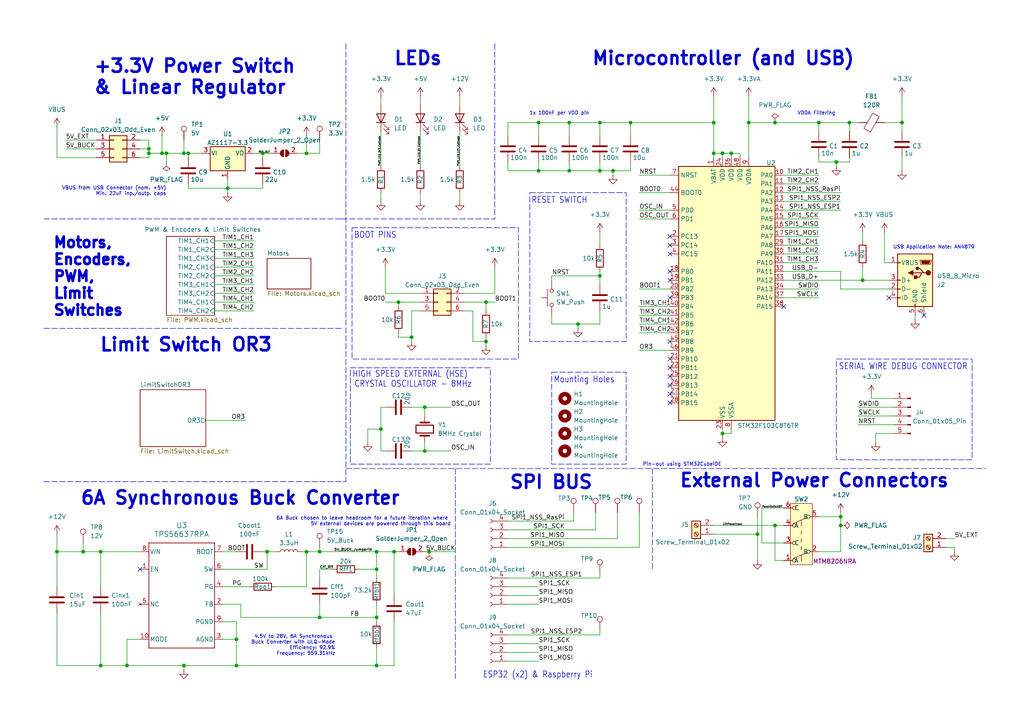
<source format=kicad_sch>
(kicad_sch (version 20231120) (generator "eeschema") (generator_version "8.0")
  (paper "A4")
  (title_block (title "ECE445_MainBoard") (date "2024-04-05") (rev "2") (company "University of Illinois Urbana-Champaign") (comment 1 "ECE 445: Senior Design Lab") (comment 2 "Oxygen Delivery Robot Main Board") (comment 3 "Rutvik Sayankar"))
  (junction (at 243.84 149.86))
  (junction (at 246.38 35.56))
  (junction (at 16.51 160.02))
  (junction (at 53.34 193.04))
  (junction (at 177.8 49.53))
  (junction (at 182.88 35.56))
  (junction (at 140.97 99.06))
  (junction (at 36.83 193.04))
  (junction (at 165.1 35.56))
  (junction (at 76.2 44.45))
  (junction (at 48.26 44.45))
  (junction (at 43.18 44.45))
  (junction (at 123.19 130.81))
  (junction (at 173.99 35.56))
  (junction (at 53.34 44.45))
  (junction (at 43.18 43.18))
  (junction (at 109.22 179.07))
  (junction (at 173.99 80.01))
  (junction (at 68.58 193.04))
  (junction (at 123.19 118.11))
  (junction (at 207.01 44.45))
  (junction (at 88.9 44.45))
  (junction (at 109.22 165.1))
  (junction (at 24.13 160.02))
  (junction (at 140.97 87.63))
  (junction (at 165.1 49.53))
  (junction (at 29.21 193.04))
  (junction (at 209.55 44.45))
  (junction (at 242.57 46.99))
  (junction (at 109.22 193.04))
  (junction (at 261.62 35.56))
  (junction (at 88.9 160.02))
  (junction (at 92.71 160.02))
  (junction (at 124.46 160.02))
  (junction (at 217.17 35.56))
  (junction (at 68.58 185.42))
  (junction (at 29.21 160.02))
  (junction (at 219.71 154.94))
  (junction (at 173.99 49.53))
  (junction (at 115.57 87.63))
  (junction (at 92.71 179.07))
  (junction (at 224.79 152.4))
  (junction (at 156.21 49.53))
  (junction (at 250.19 81.28))
  (junction (at 224.79 35.56))
  (junction (at 167.64 93.98))
  (junction (at 207.01 35.56))
  (junction (at 77.47 160.02))
  (junction (at 243.84 152.4))
  (junction (at 212.09 44.45))
  (junction (at 237.49 35.56))
  (junction (at 114.3 160.02))
  (junction (at 66.04 54.61))
  (junction (at 109.22 160.02))
  (junction (at 209.55 125.73))
  (junction (at 110.49 124.46))
  (junction (at 46.99 44.45))
  (junction (at 54.61 44.45))
  (junction (at 119.38 97.79))
  (junction (at 156.21 35.56))
  (no_connect (at 194.31 71.12))
  (no_connect (at 194.31 81.28))
  (no_connect (at 194.31 86.36))
  (no_connect (at 194.31 73.66))
  (no_connect (at 194.31 114.3))
  (no_connect (at 194.31 78.74))
  (no_connect (at 194.31 106.68))
  (no_connect (at 40.64 165.1))
  (no_connect (at 194.31 109.22))
  (no_connect (at 194.31 99.06))
  (no_connect (at 194.31 68.58))
  (no_connect (at 227.33 88.9))
  (no_connect (at 267.97 91.44))
  (no_connect (at 194.31 104.14))
  (no_connect (at 194.31 116.84))
  (no_connect (at 194.31 111.76))
  (no_connect (at 257.81 86.36))
  (wire (pts (xy 227.33 73.66) (xy 237.49 73.66)))
  (wire (pts (xy 246.38 35.56) (xy 248.92 35.56)))
  (wire (pts (xy 69.85 175.26) (xy 69.85 179.07)))
  (wire (pts (xy 119.38 90.17) (xy 121.92 90.17)))
  (wire (pts (xy 115.57 87.63) (xy 115.57 88.9)))
  (wire (pts (xy 173.99 39.37) (xy 173.99 35.56)))
  (wire (pts (xy 212.09 44.45) (xy 209.55 44.45)))
  (wire (pts (xy 207.01 152.4) (xy 224.79 152.4)))
  (wire (pts (xy 62.23 74.93) (xy 73.66 74.93)))
  (wire (pts (xy 137.16 90.17) (xy 137.16 99.06)))
  (wire (pts (xy 256.54 76.2) (xy 257.81 76.2)))
  (wire (pts (xy 173.99 182.88) (xy 173.99 184.15)))
  (wire (pts (xy 123.19 118.11) (xy 123.19 120.65)))
  (polyline (pts (xy 189.23 135.89) (xy 189.23 165.1)) (stroke (width 0) (type dash)))
  (wire (pts (xy 185.42 63.5) (xy 194.31 63.5)))
  (wire (pts (xy 173.99 49.53) (xy 177.8 49.53)))
  (wire (pts (xy 243.84 149.86) (xy 243.84 148.59)))
  (wire (pts (xy 248.92 120.65) (xy 259.08 120.65)))
  (wire (pts (xy 237.49 38.1) (xy 237.49 35.56)))
  (wire (pts (xy 165.1 35.56) (xy 156.21 35.56)))
  (wire (pts (xy 46.99 44.45) (xy 48.26 44.45)))
  (wire (pts (xy 167.64 93.98) (xy 167.64 95.25)))
  (wire (pts (xy 185.42 158.75) (xy 185.42 148.59)))
  (wire (pts (xy 220.98 157.48) (xy 227.33 157.48)))
  (wire (pts (xy 36.83 185.42) (xy 36.83 193.04)))
  (wire (pts (xy 185.42 55.88) (xy 194.31 55.88)))
  (wire (pts (xy 43.18 40.64) (xy 43.18 43.18)))
  (wire (pts (xy 147.32 184.15) (xy 173.99 184.15)))
  (wire (pts (xy 88.9 44.45) (xy 88.9 39.37)))
  (wire (pts (xy 121.92 27.94) (xy 121.92 30.48)))
  (wire (pts (xy 147.32 189.23) (xy 156.21 189.23)))
  (wire (pts (xy 64.77 160.02) (xy 68.58 160.02)))
  (wire (pts (xy 185.42 83.82) (xy 194.31 83.82)))
  (wire (pts (xy 248.92 123.19) (xy 259.08 123.19)))
  (wire (pts (xy 147.32 167.64) (xy 173.99 167.64)))
  (wire (pts (xy 165.1 49.53) (xy 173.99 49.53)))
  (wire (pts (xy 40.64 43.18) (xy 43.18 43.18)))
  (wire (pts (xy 123.19 130.81) (xy 130.81 130.81)))
  (wire (pts (xy 147.32 175.26) (xy 156.21 175.26)))
  (wire (pts (xy 227.33 55.88) (xy 243.84 55.88)))
  (wire (pts (xy 130.81 118.11) (xy 123.19 118.11)))
  (wire (pts (xy 29.21 160.02) (xy 40.64 160.02)))
  (wire (pts (xy 16.51 170.18) (xy 16.51 160.02)))
  (wire (pts (xy 147.32 191.77) (xy 156.21 191.77)))
  (wire (pts (xy 106.68 124.46) (xy 106.68 128.27)))
  (wire (pts (xy 73.66 82.55) (xy 62.23 82.55)))
  (wire (pts (xy 243.84 83.82) (xy 243.84 78.74)))
  (wire (pts (xy 227.33 71.12) (xy 237.49 71.12)))
  (wire (pts (xy 227.33 50.8) (xy 237.49 50.8)))
  (wire (pts (xy 185.42 91.44) (xy 194.31 91.44)))
  (wire (pts (xy 185.42 88.9) (xy 194.31 88.9)))
  (wire (pts (xy 24.13 160.02) (xy 29.21 160.02)))
  (wire (pts (xy 87.63 160.02) (xy 88.9 160.02)))
  (wire (pts (xy 140.97 97.79) (xy 140.97 99.06)))
  (wire (pts (xy 160.02 93.98) (xy 167.64 93.98)))
  (wire (pts (xy 76.2 44.45) (xy 76.2 45.72)))
  (wire (pts (xy 88.9 44.45) (xy 92.71 44.45)))
  (wire (pts (xy 76.2 160.02) (xy 77.47 160.02)))
  (wire (pts (xy 237.49 46.99) (xy 242.57 46.99)))
  (wire (pts (xy 182.88 35.56) (xy 207.01 35.56)))
  (wire (pts (xy 261.62 35.56) (xy 261.62 38.1)))
  (wire (pts (xy 252.73 115.57) (xy 259.08 115.57)))
  (wire (pts (xy 137.16 99.06) (xy 140.97 99.06)))
  (wire (pts (xy 92.71 160.02) (xy 109.22 160.02)))
  (wire (pts (xy 64.77 185.42) (xy 68.58 185.42)))
  (wire (pts (xy 59.69 121.92) (xy 71.12 121.92)))
  (wire (pts (xy 227.33 78.74) (xy 243.84 78.74)))
  (wire (pts (xy 143.51 85.09) (xy 143.51 77.47)))
  (wire (pts (xy 217.17 35.56) (xy 224.79 35.56)))
  (wire (pts (xy 110.49 55.88) (xy 110.49 58.42)))
  (wire (pts (xy 276.86 158.75) (xy 276.86 160.02)))
  (wire (pts (xy 227.33 83.82) (xy 237.49 83.82)))
  (wire (pts (xy 160.02 81.28) (xy 160.02 80.01)))
  (wire (pts (xy 114.3 180.34) (xy 114.3 193.04)))
  (wire (pts (xy 111.76 85.09) (xy 111.76 77.47)))
  (wire (pts (xy 40.64 40.64) (xy 43.18 40.64)))
  (wire (pts (xy 29.21 170.18) (xy 29.21 160.02)))
  (wire (pts (xy 73.66 44.45) (xy 76.2 44.45)))
  (wire (pts (xy 209.55 125.73) (xy 209.55 127)))
  (wire (pts (xy 53.34 44.45) (xy 54.61 44.45)))
  (wire (pts (xy 246.38 35.56) (xy 246.38 38.1)))
  (polyline (pts (xy 12.7 139.7) (xy 100.33 139.7)) (stroke (width 0) (type dash)))
  (wire (pts (xy 109.22 165.1) (xy 109.22 160.02)))
  (wire (pts (xy 237.49 160.02) (xy 243.84 160.02)))
  (wire (pts (xy 134.62 85.09) (xy 143.51 85.09)))
  (wire (pts (xy 134.62 87.63) (xy 140.97 87.63)))
  (wire (pts (xy 246.38 45.72) (xy 246.38 46.99)))
  (wire (pts (xy 88.9 170.18) (xy 88.9 160.02)))
  (wire (pts (xy 62.23 69.85) (xy 73.66 69.85)))
  (wire (pts (xy 254 125.73) (xy 259.08 125.73)))
  (wire (pts (xy 256.54 35.56) (xy 261.62 35.56)))
  (wire (pts (xy 110.49 118.11) (xy 111.76 118.11)))
  (wire (pts (xy 114.3 172.72) (xy 114.3 160.02)))
  (wire (pts (xy 29.21 193.04) (xy 36.83 193.04)))
  (wire (pts (xy 109.22 193.04) (xy 114.3 193.04)))
  (wire (pts (xy 219.71 154.94) (xy 219.71 162.56)))
  (wire (pts (xy 182.88 46.99) (xy 182.88 49.53)))
  (wire (pts (xy 46.99 39.37) (xy 46.99 44.45)))
  (wire (pts (xy 16.51 177.8) (xy 16.51 193.04)))
  (wire (pts (xy 147.32 186.69) (xy 156.21 186.69)))
  (wire (pts (xy 227.33 76.2) (xy 237.49 76.2)))
  (wire (pts (xy 173.99 166.37) (xy 173.99 167.64)))
  (wire (pts (xy 114.3 160.02) (xy 115.57 160.02)))
  (wire (pts (xy 147.32 172.72) (xy 156.21 172.72)))
  (wire (pts (xy 19.05 43.18) (xy 27.94 43.18)))
  (wire (pts (xy 243.84 152.4) (xy 243.84 149.86)))
  (wire (pts (xy 217.17 35.56) (xy 217.17 45.72)))
  (wire (pts (xy 62.23 72.39) (xy 73.66 72.39)))
  (wire (pts (xy 43.18 43.18) (xy 43.18 44.45)))
  (wire (pts (xy 123.19 130.81) (xy 123.19 128.27)))
  (wire (pts (xy 185.42 96.52) (xy 194.31 96.52)))
  (wire (pts (xy 29.21 177.8) (xy 29.21 193.04)))
  (wire (pts (xy 147.32 153.67) (xy 172.72 153.67)))
  (wire (pts (xy 212.09 44.45) (xy 214.63 44.45)))
  (wire (pts (xy 209.55 45.72) (xy 209.55 44.45)))
  (wire (pts (xy 16.51 36.83) (xy 16.51 45.72)))
  (wire (pts (xy 185.42 50.8) (xy 194.31 50.8)))
  (wire (pts (xy 212.09 125.73) (xy 209.55 125.73)))
  (wire (pts (xy 133.35 55.88) (xy 133.35 58.42)))
  (wire (pts (xy 109.22 187.96) (xy 109.22 193.04)))
  (polyline (pts (xy 12.7 95.25) (xy 99.06 95.25)) (stroke (width 0) (type dash)))
  (wire (pts (xy 92.71 167.64) (xy 92.71 165.1)))
  (wire (pts (xy 179.07 156.21) (xy 179.07 148.59)))
  (wire (pts (xy 86.36 44.45) (xy 88.9 44.45)))
  (wire (pts (xy 207.01 27.94) (xy 207.01 35.56)))
  (wire (pts (xy 16.51 154.94) (xy 16.51 160.02)))
  (wire (pts (xy 248.92 118.11) (xy 259.08 118.11)))
  (wire (pts (xy 147.32 49.53) (xy 156.21 49.53)))
  (wire (pts (xy 207.01 154.94) (xy 219.71 154.94)))
  (wire (pts (xy 77.47 165.1) (xy 77.47 160.02)))
  (wire (pts (xy 110.49 124.46) (xy 106.68 124.46)))
  (wire (pts (xy 207.01 35.56) (xy 207.01 44.45)))
  (wire (pts (xy 237.49 35.56) (xy 246.38 35.56)))
  (wire (pts (xy 242.57 46.99) (xy 242.57 48.26)))
  (wire (pts (xy 121.92 55.88) (xy 121.92 58.42)))
  (wire (pts (xy 110.49 38.1) (xy 110.49 48.26)))
  (wire (pts (xy 66.04 52.07) (xy 66.04 54.61)))
  (wire (pts (xy 124.46 160.02) (xy 132.08 160.02)))
  (wire (pts (xy 173.99 67.31) (xy 173.99 71.12)))
  (wire (pts (xy 133.35 38.1) (xy 133.35 48.26)))
  (wire (pts (xy 182.88 35.56) (xy 182.88 39.37)))
  (wire (pts (xy 119.38 90.17) (xy 119.38 97.79)))
  (polyline (pts (xy 132.08 135.89) (xy 132.08 196.85)) (stroke (width 0) (type dash)))
  (wire (pts (xy 140.97 87.63) (xy 143.51 87.63)))
  (wire (pts (xy 92.71 158.75) (xy 92.71 160.02)))
  (wire (pts (xy 69.85 179.07) (xy 92.71 179.07)))
  (wire (pts (xy 40.64 45.72) (xy 43.18 45.72)))
  (wire (pts (xy 227.33 162.56) (xy 224.79 162.56)))
  (wire (pts (xy 36.83 193.04) (xy 53.34 193.04)))
  (wire (pts (xy 53.34 193.04) (xy 53.34 194.31)))
  (wire (pts (xy 147.32 39.37) (xy 147.32 35.56)))
  (wire (pts (xy 219.71 149.86) (xy 219.71 154.94)))
  (wire (pts (xy 73.66 87.63) (xy 62.23 87.63)))
  (wire (pts (xy 140.97 87.63) (xy 140.97 90.17)))
  (wire (pts (xy 166.37 148.59) (xy 166.37 151.13)))
  (wire (pts (xy 66.04 54.61) (xy 76.2 54.61)))
  (wire (pts (xy 227.33 63.5) (xy 237.49 63.5)))
  (wire (pts (xy 147.32 170.18) (xy 156.21 170.18)))
  (wire (pts (xy 185.42 93.98) (xy 194.31 93.98)))
  (wire (pts (xy 165.1 35.56) (xy 173.99 35.56)))
  (wire (pts (xy 115.57 96.52) (xy 115.57 97.79)))
  (wire (pts (xy 123.19 160.02) (xy 124.46 160.02)))
  (wire (pts (xy 92.71 179.07) (xy 109.22 179.07)))
  (wire (pts (xy 173.99 93.98) (xy 167.64 93.98)))
  (wire (pts (xy 66.04 54.61) (xy 66.04 55.88)))
  (wire (pts (xy 220.98 147.32) (xy 220.98 157.48)))
  (wire (pts (xy 16.51 193.04) (xy 29.21 193.04)))
  (wire (pts (xy 133.35 27.94) (xy 133.35 30.48)))
  (wire (pts (xy 48.26 44.45) (xy 53.34 44.45)))
  (wire (pts (xy 53.34 40.64) (xy 53.34 44.45)))
  (wire (pts (xy 48.26 46.99) (xy 48.26 44.45)))
  (wire (pts (xy 173.99 35.56) (xy 182.88 35.56)))
  (wire (pts (xy 40.64 185.42) (xy 36.83 185.42)))
  (wire (pts (xy 111.76 130.81) (xy 110.49 130.81)))
  (polyline (pts (xy 99.06 63.5) (xy 143.51 63.5)) (stroke (width 0) (type dash)))
  (wire (pts (xy 274.32 158.75) (xy 276.86 158.75)))
  (wire (pts (xy 68.58 193.04) (xy 109.22 193.04)))
  (polyline (pts (xy 100.33 12.7) (xy 100.33 139.7)) (stroke (width 0) (type dash)))
  (wire (pts (xy 92.71 165.1) (xy 96.52 165.1)))
  (wire (pts (xy 185.42 101.6) (xy 194.31 101.6)))
  (wire (pts (xy 134.62 90.17) (xy 137.16 90.17)))
  (wire (pts (xy 274.32 156.21) (xy 276.86 156.21)))
  (wire (pts (xy 220.98 147.32) (xy 227.33 147.32)))
  (wire (pts (xy 237.49 149.86) (xy 243.84 149.86)))
  (wire (pts (xy 121.92 87.63) (xy 115.57 87.63)))
  (wire (pts (xy 54.61 54.61) (xy 66.04 54.61)))
  (polyline (pts (xy 12.7 63.5) (xy 99.06 63.5)) (stroke (width 0) (type dash)))
  (wire (pts (xy 92.71 175.26) (xy 92.71 179.07)))
  (wire (pts (xy 250.19 67.31) (xy 250.19 69.85)))
  (wire (pts (xy 227.33 58.42) (xy 243.84 58.42)))
  (wire (pts (xy 156.21 46.99) (xy 156.21 49.53)))
  (wire (pts (xy 173.99 90.17) (xy 173.99 93.98)))
  (wire (pts (xy 16.51 45.72) (xy 27.94 45.72)))
  (wire (pts (xy 111.76 85.09) (xy 121.92 85.09)))
  (wire (pts (xy 73.66 85.09) (xy 62.23 85.09)))
  (wire (pts (xy 227.33 60.96) (xy 243.84 60.96)))
  (wire (pts (xy 156.21 35.56) (xy 156.21 39.37)))
  (wire (pts (xy 261.62 45.72) (xy 261.62 49.53)))
  (wire (pts (xy 160.02 91.44) (xy 160.02 93.98)))
  (wire (pts (xy 237.49 45.72) (xy 237.49 46.99)))
  (wire (pts (xy 227.33 53.34) (xy 237.49 53.34)))
  (wire (pts (xy 68.58 185.42) (xy 68.58 193.04)))
  (wire (pts (xy 64.77 165.1) (xy 77.47 165.1)))
  (wire (pts (xy 224.79 152.4) (xy 227.33 152.4)))
  (wire (pts (xy 19.05 40.64) (xy 27.94 40.64)))
  (wire (pts (xy 88.9 160.02) (xy 92.71 160.02)))
  (wire (pts (xy 80.01 170.18) (xy 88.9 170.18)))
  (wire (pts (xy 73.66 90.17) (xy 62.23 90.17)))
  (wire (pts (xy 165.1 46.99) (xy 165.1 49.53)))
  (wire (pts (xy 147.32 46.99) (xy 147.32 49.53)))
  (wire (pts (xy 109.22 167.64) (xy 109.22 165.1)))
  (wire (pts (xy 121.92 38.1) (xy 121.92 48.26)))
  (wire (pts (xy 177.8 49.53) (xy 177.8 50.8)))
  (wire (pts (xy 64.77 170.18) (xy 72.39 170.18)))
  (wire (pts (xy 64.77 180.34) (xy 68.58 180.34)))
  (wire (pts (xy 115.57 97.79) (xy 119.38 97.79)))
  (wire (pts (xy 224.79 162.56) (xy 224.79 152.4)))
  (wire (pts (xy 16.51 160.02) (xy 24.13 160.02)))
  (wire (pts (xy 254 125.73) (xy 254 128.27)))
  (wire (pts (xy 43.18 44.45) (xy 46.99 44.45)))
  (wire (pts (xy 110.49 124.46) (xy 110.49 118.11)))
  (wire (pts (xy 53.34 193.04) (xy 68.58 193.04)))
  (wire (pts (xy 256.54 67.31) (xy 256.54 76.2)))
  (wire (pts (xy 147.32 35.56) (xy 156.21 35.56)))
  (wire (pts (xy 147.32 156.21) (xy 179.07 156.21)))
  (wire (pts (xy 77.47 160.02) (xy 80.01 160.02)))
  (wire (pts (xy 172.72 148.59) (xy 172.72 153.67)))
  (wire (pts (xy 109.22 175.26) (xy 109.22 179.07)))
  (wire (pts (xy 62.23 77.47) (xy 73.66 77.47)))
  (wire (pts (xy 257.81 83.82) (xy 243.84 83.82)))
  (wire (pts (xy 160.02 80.01) (xy 173.99 80.01)))
  (wire (pts (xy 209.55 124.46) (xy 209.55 125.73)))
  (wire (pts (xy 109.22 160.02) (xy 114.3 160.02)))
  (wire (pts (xy 207.01 44.45) (xy 209.55 44.45)))
  (wire (pts (xy 54.61 53.34) (xy 54.61 54.61)))
  (wire (pts (xy 173.99 46.99) (xy 173.99 49.53)))
  (wire (pts (xy 68.58 180.34) (xy 68.58 185.42)))
  (wire (pts (xy 214.63 45.72) (xy 214.63 44.45)))
  (wire (pts (xy 43.18 45.72) (xy 43.18 44.45)))
  (wire (pts (xy 104.14 165.1) (xy 109.22 165.1)))
  (wire (pts (xy 147.32 158.75) (xy 185.42 158.75)))
  (wire (pts (xy 185.42 60.96) (xy 194.31 60.96)))
  (wire (pts (xy 76.2 53.34) (xy 76.2 54.61)))
  (wire (pts (xy 24.13 157.48) (xy 24.13 160.02)))
  (wire (pts (xy 156.21 49.53) (xy 165.1 49.53)))
  (wire (pts (xy 250.19 81.28) (xy 257.81 81.28)))
  (wire (pts (xy 109.22 179.07) (xy 109.22 180.34)))
  (wire (pts (xy 173.99 78.74) (xy 173.99 80.01)))
  (wire (pts (xy 265.43 91.44) (xy 265.43 92.71)))
  (wire (pts (xy 58.42 44.45) (xy 54.61 44.45)))
  (wire (pts (xy 207.01 45.72) (xy 207.01 44.45)))
  (wire (pts (xy 261.62 27.94) (xy 261.62 35.56)))
  (wire (pts (xy 243.84 160.02) (xy 243.84 152.4)))
  (wire (pts (xy 224.79 35.56) (xy 237.49 35.56)))
  (wire (pts (xy 212.09 45.72) (xy 212.09 44.45)))
  (wire (pts (xy 173.99 80.01) (xy 173.99 82.55)))
  (wire (pts (xy 119.38 97.79) (xy 119.38 99.06)))
  (wire (pts (xy 62.23 80.01) (xy 73.66 80.01)))
  (wire (pts (xy 54.61 44.45) (xy 54.61 45.72)))
  (wire (pts (xy 217.17 27.94) (xy 217.17 35.56)))
  (wire (pts (xy 110.49 130.81) (xy 110.49 124.46)))
  (wire (pts (xy 147.32 151.13) (xy 166.37 151.13)))
  (wire (pts (xy 92.71 40.64) (xy 92.71 44.45)))
  (polyline (pts (xy 143.51 12.7) (xy 143.51 63.5)) (stroke (width 0) (type dash)))
  (wire (pts (xy 165.1 39.37) (xy 165.1 35.56)))
  (wire (pts (xy 177.8 49.53) (xy 182.88 49.53)))
  (wire (pts (xy 252.73 115.57) (xy 252.73 114.3)))
  (wire (pts (xy 76.2 44.45) (xy 78.74 44.45)))
  (wire (pts (xy 242.57 46.99) (xy 246.38 46.99)))
  (wire (pts (xy 64.77 175.26) (xy 69.85 175.26)))
  (wire (pts (xy 110.49 27.94) (xy 110.49 30.48)))
  (wire (pts (xy 227.33 86.36) (xy 237.49 86.36)))
  (wire (pts (xy 119.38 130.81) (xy 123.19 130.81)))
  (wire (pts (xy 227.33 66.04) (xy 237.49 66.04)))
  (wire (pts (xy 140.97 99.06) (xy 140.97 100.33)))
  (wire (pts (xy 227.33 81.28) (xy 250.19 81.28)))
  (polyline (pts (xy 100.33 135.89) (xy 285.75 135.89)) (stroke (width 0) (type dash)))
  (wire (pts (xy 111.76 87.63) (xy 115.57 87.63)))
  (wire (pts (xy 212.09 124.46) (xy 212.09 125.73)))
  (wire (pts (xy 119.38 118.11) (xy 123.19 118.11)))
  (wire (pts (xy 250.19 77.47) (xy 250.19 81.28)))
  (wire (pts (xy 227.33 68.58) (xy 237.49 68.58)))
  (rectangle (start 160.02 107.95) (end 181.61 134.62) (stroke (width 0) (type dash)))
  (rectangle (start 153.67 55.88) (end 181.61 99.06) (stroke (width 0) (type dash)))
  (rectangle (start 242.57 104.14) (end 281.94 133.35) (stroke (width 0) (type dash)))
  (rectangle (start 102.108 66.04) (end 150.368 104.14) (stroke (width 0) (type dash)))
  (rectangle (start 101.6 106.68) (end 142.24 134.62) (stroke (width 0) (type dash)))
  (text "RESET SWITCH" (at 170.434 59.182 0) (effects (font (size 1.778 1.5113)) (justify right bottom)))
  (text "Limit Switch OR3" (at 28.702 102.362 0) (effects (font (size 3.81 3.81) (thickness 0.762) (bold yes)) (justify left bottom)))
  (text "SERIAL WIRE DEBUG CONNECTOR\n" (at 280.67 107.442 0) (effects (font (size 1.778 1.5113)) (justify right bottom)))
  (text "BOOT PINS" (at 115.062 69.342 0) (effects (font (size 1.778 1.5113)) (justify right bottom)))
  (text "VDDA Filtering" (at 242.316 33.528 0) (effects (font (size 1.016 1.016)) (justify right bottom)))
  (text "Microcontroller (and USB)" (at 171.45 19.304 0) (effects (font (size 3.81 3.81) (thickness 0.762) (bold yes)) (justify left bottom)))
  (text "1x 100nF per VDD pin" (at 170.942 33.528 0) (effects (font (size 1.016 1.016)) (justify right bottom)))
  (text "External Power Connectors" (at 196.85 141.732 0) (effects (font (size 3.81 3.81) (thickness 0.762) (bold yes)) (justify left bottom)))
  (text "LEDs" (at 114.046 19.304 0) (effects (font (size 3.81 3.81) (thickness 0.762) (bold yes)) (justify left bottom)))
  (text "6A Buck chosen to leave headroom for a future iteration where \n5V external devices are powered through this board" (at 130.81 152.654 0) (effects (font (size 1.016 1.016)) (justify right bottom)))
  (text "Pin-out using STM32CubeIDE" (at 209.296 135.382 0) (effects (font (size 1.016 1.016)) (justify right bottom)))
  (text "VBUS from USB Connector (nom. +5V)\nMin. 22uF inp./outp. caps" (at 48.26 56.896 0) (effects (font (size 1.016 1.016)) (justify right bottom)))
  (text "6A Synchronous Buck Converter" (at 23.114 146.812 0) (effects (font (size 3.81 3.81) (thickness 0.762) (bold yes)) (justify left bottom)))
  (text "Motors, \nEncoders, \nPWM,\nLimit \nSwitches" (at 15.24 91.948 0) (effects (font (size 3.048 3.048) (thickness 0.762) (bold yes)) (justify left bottom)))
  (text "Mounting Holes" (at 178.308 111.252 0) (effects (font (size 1.778 1.5113)) (justify right bottom)))
  (text "ESP32 (x2) & Raspberry Pi" (at 171.958 196.85 0) (effects (font (size 1.778 1.5113)) (justify right bottom)))
  (text "USB Application Note: AN4879" (at 282.702 72.39 0) (effects (font (size 1.016 1.016)) (justify right bottom)))
  (text "4.5V to 28V, 6A Synchronous \nBuck Converter with ULQ-Mode\nEfficiency: 92.9%\nFrequency: 559.31kHz" (at 97.282 190.246 0) (effects (font (size 1.016 1.016)) (justify right bottom)))
  (text "SPI BUS" (at 147.574 142.24 0) (effects (font (size 3.81 3.81) (thickness 0.762) (bold yes)) (justify left bottom)))
  (text "HIGH SPEED EXTERNAL (HSE) \nCRYSTAL OSCILLATOR - 8MHz" (at 136.906 112.522 0) (effects (font (size 1.778 1.5113)) (justify right bottom)))
  (text "+3.3V Power Switch \n& Linear Regulator" (at 26.924 27.686 0) (effects (font (size 3.81 3.81) (thickness 0.762) (bold yes)) (justify left bottom)))
  (label "TIM2_CH1" (at 73.66 77.47 180))
  (label "SPI1_MOSI" (at 237.49 68.58 180))
  (label "SPI1_MOSI" (at 163.83 158.75 180))
  (label "OSC_OUT" (at 130.81 118.11 0))
  (label "TIM1_CH3" (at 73.66 74.93 180))
  (label "PG" (at 67.31 170.18 0))
  (label "SPI1_MISO" (at 163.83 156.21 180))
  (label "BOOT0" (at 111.76 87.63 180))
  (label "SPI1_NSS_ESP1" (at 243.84 60.96 180))
  (label "12VPowerInput" (at 209.55 152.4 0) (effects (font (size 0.508 0.508))))
  (label "OSC_IN" (at 185.42 60.96 0))
  (label "SPI1_SCK" (at 156.21 170.18 0))
  (label "PWR_LED_5V_Cathode" (at 121.92 39.37 270) (effects (font (size 0.508 0.508))))
  (label "NRST" (at 165.1 80.01 180))
  (label "BOOT" (at 66.04 160.02 0))
  (label "SPI1_SCK" (at 163.83 153.67 180))
  (label "5V_EXT" (at 276.86 156.21 0))
  (label "PWR_LED_12V_Cathode" (at 133.35 39.37 270) (effects (font (size 0.508 0.508))))
  (label "OR3" (at 71.12 121.92 180))
  (label "TIM4_CH2" (at 73.66 90.17 180))
  (label "TIM1_CH2" (at 237.49 73.66 180))
  (label "TIM2_CH2" (at 73.66 80.01 180))
  (label "5V_BUCK" (at 19.05 43.18 0))
  (label "NRST" (at 248.92 123.19 0))
  (label "SPI1_SCK" (at 237.49 63.5 180))
  (label "TIM1_CH1" (at 237.49 71.12 180))
  (label "5V_EXT" (at 19.05 40.64 0))
  (label "PWR_LED_3V3_Cathode" (at 110.49 39.37 270) (effects (font (size 0.508 0.508))))
  (label "USB_D+" (at 237.49 81.28 180))
  (label "REG_OUT" (at 74.93 44.45 0) (effects (font (size 0.508 0.508))))
  (label "OSC_OUT" (at 185.42 63.5 0))
  (label "5V_BUCK_JumperIN" (at 107.95 160.02 180) (effects (font (size 0.762 0.762))))
  (label "TIM1_CH2" (at 73.66 72.39 180))
  (label "TIM4_CH2" (at 185.42 96.52 0))
  (label "TIM4_CH1" (at 185.42 93.98 0))
  (label "PowerSwitchOff" (at 220.98 147.32 0) (effects (font (size 0.508 0.508))))
  (label "SPI1_MISO" (at 156.21 172.72 0))
  (label "NRST" (at 185.42 50.8 0))
  (label "FB" (at 101.6 179.07 0))
  (label "TIM4_CH1" (at 73.66 87.63 180))
  (label "OR3" (at 185.42 101.6 0))
  (label "SPI1_MISO" (at 237.49 66.04 180))
  (label "SWCLK" (at 237.49 86.36 180))
  (label "TIM3_CH1" (at 185.42 88.9 0))
  (label "SPI1_NSS_RasPi" (at 243.84 55.88 180))
  (label "BOOT1" (at 185.42 83.82 0))
  (label "SWDIO" (at 248.92 118.11 0))
  (label "BOOT1" (at 143.51 87.63 0))
  (label "SPI1_MOSI" (at 156.21 191.77 0))
  (label "TIM2_CH1" (at 237.49 50.8 180))
  (label "5V_BUCK" (at 132.08 160.02 180))
  (label "TIM1_CH1" (at 73.66 69.85 180))
  (label "USB_D-" (at 237.49 78.74 180))
  (label "TIM2_CH2" (at 237.49 53.34 180))
  (label "SPI1_MISO" (at 156.21 189.23 0))
  (label "TIM1_CH3" (at 237.49 76.2 180))
  (label "SW" (at 73.66 165.1 0))
  (label "SPI1_MOSI" (at 156.21 175.26 0))
  (label "TIM3_CH1" (at 73.66 82.55 180))
  (label "SPI1_SCK" (at 156.21 186.69 0))
  (label "SPI1_NSS_ESP2" (at 243.84 58.42 180))
  (label "SWDIO" (at 237.49 83.82 180))
  (label "SWCLK" (at 248.92 120.65 0))
  (label "Cff_Rff" (at 92.71 165.1 0) (effects (font (size 0.762 0.762))))
  (label "TIM3_CH2" (at 73.66 85.09 180))
  (label "SPI1_NSS_ESP2" (at 168.91 184.15 180))
  (label "TIM3_CH2" (at 185.42 91.44 0))
  (label "BOOT0" (at 185.42 55.88 0))
  (label "SPI1_NSS_RasPi" (at 163.83 151.13 180))
  (label "OSC_IN" (at 130.81 130.81 0))
  (label "SPI1_NSS_ESP1" (at 168.91 167.64 180))
  (symbol (lib_id "basic:C") (at 165.1 43.18 0) (unit 1)
    (property "Reference" "C6" (at 168.021 43.6138 0) (effects (justify left)))
    (property "Value" "100n" (at 165.735 45.72 0) (effects (justify left)))
    (property "Footprint" "Capacitor_SMD:C_0603_1608Metric" (effects (hide yes)))
    (property "Datasheet" "https://www.digikey.com/en/products/detail/yageo/CC0603KRX7R7BB104/302822" (effects (hide yes)))
    (property "Description" "0.1 µF ±10% 16V Ceramic Capacitor X7R 0603 (1608 Metric)" (effects (hide yes)))
  )
  (symbol (lib_id "power:GND") (at 254 128.27 0) (unit 1)
    (property "Reference" "#PWR029" (effects (hide yes)))
    (property "Value" "GND" (effects (hide yes)))
    (property "Description" "Power symbol creates a global label with name \"GND\" , ground" (effects (hide yes)))
  )
  (symbol (lib_id "Connector:USB_B_Micro") (at 265.43 81.28 0) (mirror y) (unit 1)
    (property "Reference" "J2" (at 271.78 82.5501 0) (effects (justify right)))
    (property "Value" "USB_B_Micro" (at 271.78 80.0101 0) (effects (justify right)))
    (property "Footprint" "CustomFootprints:AMPHENOL_10118192-0002LF" (effects (hide yes)))
    (property "Datasheet" "https://www.digikey.com/en/products/detail/amphenol-cs-fci/10118192-0002LF/6817756" (effects (hide yes)))
    (property "Description" "USB Micro Type B connector - CONN RCPT USB2.0 MICRO B SMD R/A" (effects (hide yes)))
  )
  (symbol (lib_id "basic:C") (at 182.88 43.18 0) (unit 1)
    (property "Reference" "C8" (at 185.801 43.6138 0) (effects (justify left)))
    (property "Value" "10u" (at 183.515 45.72 0) (effects (justify left)))
    (property "Footprint" "Capacitor_SMD:C_0603_1608Metric" (effects (hide yes)))
    (property "Datasheet" "https://www.digikey.com/en/products/detail/samsung-electro-mechanics/CL10A106KQ8NNNC/3886696" (effects (hide yes)))
    (property "Description" "CAP CER 10UF 6.3V X5R 0603" (effects (hide yes)))
  )
  (symbol (lib_id "basic:R") (at 140.97 93.98 0) (unit 1)
    (property "Reference" "R7" (at 140.97 93.98 90))
    (property "Value" "10k" (at 142.24 93.98 0) (effects (justify left)))
    (property "Footprint" "Resistor_SMD:R_0603_1608Metric" (effects (hide yes)))
    (property "Datasheet" "https://www.digikey.com/en/products/detail/stackpole-electronics-inc/RMCF0603JT10K0/1758104" (effects (hide yes)))
    (property "Description" "10 kOhms ±5% 0.1W, 1/10W Chip Resistor 0603 (1608 Metric) Automotive AEC-Q200 Thick Film" (effects (hide yes)))
  )
  (symbol (lib_id "MCU_ST_STM32F1:STM32F103C8Tx") (at 209.55 86.36 0) (unit 1)
    (property "Reference" "U2" (at 222.25 47.244 0) (effects (justify left)))
    (property "Value" "STM32F103C8T6TR" (at 213.868 123.444 0) (effects (justify left)))
    (property "Footprint" "Package_QFP:LQFP-48_7x7mm_P0.5mm" (effects (hide yes)))
    (property "Datasheet" "https://www.st.com/resource/en/datasheet/stm32f103c8.pdf" (effects (hide yes)))
    (property "Description" "STMicroelectronics Arm Cortex-M3 MCU, 64KB flash, 20KB RAM, 72 MHz, 2.0-3.6V, 37 GPIO, LQFP48" (effects (hide yes)))
  )
  (symbol (lib_id "Connector_Generic:Conn_02x03_Odd_Even") (at 33.02 43.18 0) (unit 1)
    (property "Reference" "J1" (at 34.29 35.0551 0))
    (property "Value" "Conn_02x03_Odd_Even" (at 34.29 37.592 0))
    (property "Footprint" "Connector_PinHeader_2.54mm:PinHeader_2x03_P2.54mm_Vertical" (effects (hide yes)))
    (property "Description" "5V to 3.3 V Power Mux" (effects (hide yes)))
  )
  (symbol (lib_id "Connector:TestPoint") (at 173.99 182.88 0) (unit 1)
    (property "Reference" "TP10" (at 168.402 178.562 0) (effects (justify left)))
    (property "Value" "Orange" (effects (hide yes)))
    (property "Footprint" "TestPoint:TestPoint_Keystone_5000-5004_Miniature" (effects (hide yes)))
    (property "Datasheet" "https://www.digikey.com/en/products/detail/keystone-electronics/5003/362668" (effects (hide yes)))
    (property "Description" "Orange PC Test Point, Miniature Phosphor Bronze Silver Plating Through Hole Mounting Type" (effects (hide yes)))
  )
  (symbol (lib_id "Connector:TestPoint") (at 92.71 40.64 0) (unit 1)
    (property "Reference" "TP2" (at 95.25 36.0679 0) (effects (justify left)))
    (property "Value" "3.3V" (at 95.25 38.6079 0) (effects (justify left)))
    (property "Footprint" "TestPoint:TestPoint_Keystone_5000-5004_Miniature" (effects (hide yes)))
    (property "Datasheet" "https://www.digikey.com/en/products/detail/keystone-electronics/5000/255326" (effects (hide yes)))
    (property "Description" "Red PC Test Point, Miniature Phosphor Bronze Silver Plating Through Hole Mounting Type" (effects (hide yes)))
  )
  (symbol (lib_id "power:GND") (at 66.04 55.88 0) (unit 1)
    (property "Reference" "#PWR013" (effects (hide yes)))
    (property "Value" "GND" (effects (hide yes)))
  )
  (symbol (lib_id "basic:C") (at 173.99 43.18 0) (unit 1)
    (property "Reference" "C7" (at 176.911 43.6138 0) (effects (justify left)))
    (property "Value" "100n" (at 174.625 45.72 0) (effects (justify left)))
    (property "Footprint" "Capacitor_SMD:C_0603_1608Metric" (effects (hide yes)))
    (property "Datasheet" "https://www.digikey.com/en/products/detail/yageo/CC0603KRX7R7BB104/302822" (effects (hide yes)))
    (property "Description" "0.1 µF ±10% 16V Ceramic Capacitor X7R 0603 (1608 Metric)" (effects (hide yes)))
  )
  (symbol (lib_id "basic:C") (at 261.62 41.91 0) (unit 1)
    (property "Reference" "C3" (at 264.541 42.3438 0) (effects (justify left)))
    (property "Value" "1u" (at 262.255 44.45 0) (effects (justify left)))
    (property "Footprint" "Capacitor_SMD:C_0603_1608Metric" (effects (hide yes)))
    (property "Datasheet" "https://www.digikey.com/en/products/detail/yageo/CC0603KRX7R7BB105/2833611" (effects (hide yes)))
    (property "Description" "CAP CER 1UF 16V X7R 0603" (effects (hide yes)))
  )
  (symbol (lib_id "Device:C") (at 72.39 160.02 90) (unit 1)
    (property "Reference" "Cboot1" (at 72.39 152.4 90))
    (property "Value" "100nF" (at 72.39 154.94 90))
    (property "Footprint" "Capacitor_SMD:C_0805_2012Metric" (effects (hide yes)))
    (property "Datasheet" "https://www.digikey.com/en/products/detail/kyocera-avx/KGM21NR71E104KT/1116281" (effects (hide yes)))
    (property "Description" "Cap: 100 nF  Total Derated Cap: 100 nF  VDC: 25 V  ESR: 280 mΩ  Package: 0805  " (effects (hide yes)))
  )
  (symbol (lib_id "power:GND") (at 110.49 58.42 0) (unit 1)
    (property "Reference" "#PWR014" (effects (hide yes)))
    (property "Value" "GND" (effects (hide yes)))
    (property "Description" "Power symbol creates a global label with name \"GND\" , ground" (effects (hide yes)))
  )
  (symbol (lib_id "Connector:TestPoint") (at 166.37 148.59 0) (unit 1)
    (property "Reference" "TP3" (at 161.798 144.526 0) (effects (justify left)))
    (property "Value" "Orange" (effects (hide yes)))
    (property "Footprint" "TestPoint:TestPoint_Keystone_5000-5004_Miniature" (effects (hide yes)))
    (property "Datasheet" "https://www.digikey.com/en/products/detail/keystone-electronics/5003/362668" (effects (hide yes)))
    (property "Description" "Orange PC Test Point, Miniature Phosphor Bronze Silver Plating Through Hole Mounting Type" (effects (hide yes)))
  )
  (symbol (lib_id "power:GND") (at 121.92 58.42 0) (unit 1)
    (property "Reference" "#PWR015" (effects (hide yes)))
    (property "Value" "GND" (effects (hide yes)))
    (property "Description" "Power symbol creates a global label with name \"GND\" , ground" (effects (hide yes)))
  )
  (symbol (lib_id "Mechanical:MountingHole") (at 163.83 130.81 0) (unit 1)
    (property "Reference" "H4" (at 166.37 129.5399 0) (effects (justify left)))
    (property "Value" "MountingHole" (at 166.37 132.0799 0) (effects (justify left)))
    (property "Footprint" "MountingHole:MountingHole_5mm" (effects (hide yes)))
    (property "Description" "Mounting Hole without connection" (effects (hide yes)))
  )
  (symbol (lib_id "Connector:Screw_Terminal_01x02") (at 201.93 154.94 180) (unit 1)
    (property "Reference" "J5" (at 198.628 152.146 0))
    (property "Value" "Screw_Terminal_01x02" (at 200.914 157.226 0))
    (property "Footprint" "CustomFootprints:PHOENIX_1017521" (effects (hide yes)))
    (property "Datasheet" "https://www.digikey.com/en/products/detail/phoenix-contact/1017521/9346615" (effects (hide yes)))
    (property "Description" "2 Position Wire to Board Terminal Block Horizontal with Board 0.250\" (6.35mm) Through Hole" (effects (hide yes)))
  )
  (symbol (lib_id "power:GND") (at 106.68 128.27 0) (unit 1)
    (property "Reference" "#PWR028" (effects (hide yes)))
    (property "Value" "GND" (effects (hide yes)))
  )
  (symbol (lib_name "+12V_1") (lib_id "power:+12V") (at 133.35 27.94 0) (unit 1)
    (property "Reference" "#PWR03" (effects (hide yes)))
    (property "Value" "+12V" (at 133.35 22.86 0))
    (property "Description" "Power symbol creates a global label with name \"+12V\"" (effects (hide yes)))
  )
  (symbol (lib_id "Device:LED") (at 110.49 34.29 90) (unit 1)
    (property "Reference" "D1" (at 114.3 34.6074 90) (effects (justify right)))
    (property "Value" "LED" (at 114.3 37.1474 90) (effects (justify right)))
    (property "Footprint" "LED_SMD:LED_0603_1608Metric" (effects (hide yes)))
    (property "Datasheet" "https://www.digikey.com/en/products/detail/w%C3%BCrth-elektronik/150060GS75000/4489898" (effects (hide yes)))
    (property "Description" "Green 520nm LED Indication - Discrete 3.2V 0603 (1608 Metric)" (effects (hide yes)))
  )
  (symbol (lib_id "Connector:TestPoint") (at 219.71 149.86 0) (unit 1)
    (property "Reference" "TP7" (at 214.122 144.526 0) (effects (justify left)))
    (property "Value" "GND" (at 214.122 147.066 0) (effects (justify left)))
    (property "Footprint" "TestPoint:TestPoint_Keystone_5000-5004_Miniature" (effects (hide yes)))
    (property "Datasheet" "https://www.digikey.com/en/products/detail/keystone-electronics/5001/255327" (effects (hide yes)))
    (property "Description" "  Black PC Test Point, Miniature Phosphor Bronze Silver Plating Through Hole Mounting Type" (effects (hide yes)))
  )
  (symbol (lib_id "Device:Crystal") (at 123.19 124.46 90) (unit 1)
    (property "Reference" "Y1" (at 127 123.1899 90) (effects (justify right)))
    (property "Value" "8MHz Crystal" (at 127 125.7299 90) (effects (justify right)))
    (property "Footprint" "Crystal:Crystal_HC49-U_Vertical" (effects (hide yes)))
    (property "Datasheet" "https://www.digikey.com/en/products/detail/ecs-inc/ECS-080-20-4X-DU/2781927" (effects (hide yes)))
  )
  (symbol (lib_id "basic:R") (at 173.99 74.93 0) (unit 1)
    (property "Reference" "R5" (at 173.99 74.93 90))
    (property "Value" "10k" (at 168.91 74.93 0) (effects (justify left)))
    (property "Footprint" "Resistor_SMD:R_0603_1608Metric" (effects (hide yes)))
    (property "Datasheet" "https://www.digikey.com/en/products/detail/stackpole-electronics-inc/RMCF0603JT10K0/1758104" (effects (hide yes)))
    (property "Description" "10 kOhms ±5% 0.1W, 1/10W Chip Resistor 0603 (1608 Metric) Automotive AEC-Q200 Thick Film" (effects (hide yes)))
  )
  (symbol (lib_id "basic:C") (at 76.2 49.53 0) (unit 1)
    (property "Reference" "C10" (at 79.121 49.9638 0) (effects (justify left)))
    (property "Value" "22u" (at 76.835 52.07 0) (effects (justify left)))
    (property "Footprint" "Capacitor_SMD:C_0805_2012Metric" (effects (hide yes)))
    (property "Datasheet" "https://www.digikey.com/en/products/detail/samsung-electro-mechanics/CL21A226MQQNNNE/3886758" (effects (hide yes)))
    (property "Description" "CAP CER 22UF 6.3V X5R 0805" (effects (hide yes)))
  )
  (symbol (lib_id "power:GND") (at 167.64 95.25 0) (unit 1)
    (property "Reference" "#PWR023" (effects (hide yes)))
    (property "Value" "GND" (effects (hide yes)))
  )
  (symbol (lib_id "power:PWR_FLAG") (at 124.46 160.02 180) (unit 1)
    (property "Reference" "#FLG04" (effects (hide yes)))
    (property "Value" "PWR_FLAG" (at 124.46 165.1 0))
    (property "Description" "Special symbol for telling ERC where power comes from" (effects (hide yes)))
  )
  (symbol (lib_id "basic:R") (at 109.22 184.15 180) (unit 1)
    (property "Reference" "Rfbb1" (at 109.22 184.15 90))
    (property "Value" "10k" (at 107.95 183.896 0) (effects (justify left)))
    (property "Footprint" "Resistor_SMD:R_0805_2012Metric" (effects (hide yes)))
    (property "Datasheet" "https://www.digikey.com/en/products/detail/vishay-dale/CRCW080510K0FKEA/1175751" (effects (hide yes)))
    (property "Description" "  10 kOhms ±1% 0.125W, 1/8W Chip Resistor 0805 (2012 Metric) Automotive AEC-Q200 Thick Film" (effects (hide yes)))
  )
  (symbol (lib_id "Connector:TestPoint") (at 172.72 148.59 0) (unit 1)
    (property "Reference" "TP4" (at 168.402 144.526 0) (effects (justify left)))
    (property "Value" "Orange" (effects (hide yes)))
    (property "Footprint" "TestPoint:TestPoint_Keystone_5000-5004_Miniature" (effects (hide yes)))
    (property "Datasheet" "https://www.digikey.com/en/products/detail/keystone-electronics/5003/362668" (effects (hide yes)))
    (property "Description" "Orange PC Test Point, Miniature Phosphor Bronze Silver Plating Through Hole Mounting Type" (effects (hide yes)))
  )
  (symbol (lib_id "power:+3.3V") (at 207.01 27.94 0) (unit 1)
    (property "Reference" "#PWR04" (effects (hide yes)))
    (property "Value" "+3.3V" (at 207.01 22.86 0))
    (property "Description" "Power symbol creates a global label with name \"+3.3V\"" (effects (hide yes)))
  )
  (symbol (lib_id "power:+3.3V") (at 261.62 27.94 0) (unit 1)
    (property "Reference" "#PWR06" (effects (hide yes)))
    (property "Value" "+3.3V" (at 261.62 22.86 0))
    (property "Description" "Power symbol creates a global label with name \"+3.3V\"" (effects (hide yes)))
  )
  (symbol (lib_id "power:GND") (at 242.57 48.26 0) (unit 1)
    (property "Reference" "#PWR010" (effects (hide yes)))
    (property "Value" "GND" (effects (hide yes)))
  )
  (symbol (lib_id "power:GND") (at 140.97 100.33 0) (unit 1)
    (property "Reference" "#PWR025" (effects (hide yes)))
    (property "Value" "GND" (effects (hide yes)))
  )
  (symbol (lib_id "Connector:Conn_01x04_Socket") (at 142.24 189.23 180) (unit 1)
    (property "Reference" "J9" (at 142.875 179.07 0))
    (property "Value" "Conn_01x04_Socket" (at 142.875 181.61 0))
    (property "Footprint" "Connector_PinHeader_2.54mm:PinHeader_1x04_P2.54mm_Horizontal" (effects (hide yes)))
    (property "Description" "Generic connector, single row, 01x04, script generated" (effects (hide yes)))
  )
  (symbol (lib_id "Connector:Conn_01x04_Socket") (at 142.24 172.72 180) (unit 1)
    (property "Reference" "J8" (at 142.875 162.56 0))
    (property "Value" "Conn_01x04_Socket" (at 142.875 165.1 0))
    (property "Footprint" "Connector_PinHeader_2.54mm:PinHeader_1x04_P2.54mm_Horizontal" (effects (hide yes)))
    (property "Description" "Generic connector, single row, 01x04, script generated" (effects (hide yes)))
  )
  (symbol (lib_id "basic:R") (at 110.49 52.07 0) (unit 1)
    (property "Reference" "R1" (at 110.49 52.07 90))
    (property "Value" "1.5k" (at 104.648 52.07 0) (effects (justify left)))
    (property "Footprint" "Resistor_SMD:R_0603_1608Metric" (effects (hide yes)))
    (property "Datasheet" "https://www.digikey.com/en/products/detail/yageo/RC0603JR-071K5L/726689" (effects (hide yes)))
    (property "Description" "1.5 kOhms ±5% 0.1W, 1/10W Chip Resistor 0603 (1608 Metric) Moisture Resistant Thick Film" (effects (hide yes)))
  )
  (symbol (lib_id "Mechanical:MountingHole") (at 163.83 120.65 0) (unit 1)
    (property "Reference" "H2" (at 166.37 119.3799 0) (effects (justify left)))
    (property "Value" "MountingHole" (at 166.37 121.9199 0) (effects (justify left)))
    (property "Footprint" "MountingHole:MountingHole_5mm" (effects (hide yes)))
    (property "Description" "Mounting Hole without connection" (effects (hide yes)))
  )
  (symbol (lib_id "power:+5V") (at 46.99 39.37 0) (unit 1)
    (property "Reference" "#PWR08" (effects (hide yes)))
    (property "Value" "+5V" (at 46.99 34.29 0))
    (property "Description" "Power symbol creates a global label with name \"+5V\"" (effects (hide yes)))
  )
  (symbol (lib_id "Connector:TestPoint") (at 92.71 158.75 0) (unit 1)
    (property "Reference" "TP15" (at 94.742 154.178 0) (effects (justify left)))
    (property "Value" "5V_Buck" (at 94.742 156.718 0) (effects (justify left)))
    (property "Footprint" "TestPoint:TestPoint_Keystone_5000-5004_Miniature" (effects (hide yes)))
    (property "Datasheet" "https://www.digikey.com/en/products/detail/keystone-electronics/5000/255326" (effects (hide yes)))
    (property "Description" "Red PC Test Point, Miniature Phosphor Bronze Silver Plating Through Hole Mounting Type" (effects (hide yes)))
  )
  (symbol (lib_id "power:PWR_FLAG") (at 48.26 46.99 180) (unit 1)
    (property "Reference" "#FLG02" (effects (hide yes)))
    (property "Value" "PWR_FLAG" (at 48.26 52.07 0))
    (property "Description" "Special symbol for telling ERC where power comes from" (effects (hide yes)))
  )
  (symbol (lib_id "power:+3.3V") (at 143.51 77.47 0) (unit 1)
    (property "Reference" "#PWR021" (effects (hide yes)))
    (property "Value" "+3.3V" (at 143.51 72.39 0))
    (property "Description" "Power symbol creates a global label with name \"+3.3V\"" (effects (hide yes)))
  )
  (symbol (lib_id "basic:R") (at 100.33 165.1 90) (unit 1)
    (property "Reference" "Rff1" (at 100.33 165.1 90))
    (property "Value" "20k" (at 102.108 162.814 90) (effects (justify left)))
    (property "Footprint" "Resistor_SMD:R_0805_2012Metric" (effects (hide yes)))
    (property "Datasheet" "https://www.digikey.com/en/products/detail/vishay-dale/CRCW080520K0FKEA/1175783" (effects (hide yes)))
    (property "Description" "  20 kOhms ±1% 0.125W, 1/8W Chip Resistor 0805 (2012 Metric) Automotive AEC-Q200 Thick Film" (effects (hide yes)))
  )
  (symbol (lib_id "power:VBUS") (at 256.54 67.31 0) (unit 1)
    (property "Reference" "#PWR019" (effects (hide yes)))
    (property "Value" "VBUS" (at 256.54 62.23 0))
    (property "Description" "Power symbol creates a global label with name \"VBUS\"" (effects (hide yes)))
  )
  (symbol (lib_id "power:GND") (at 133.35 58.42 0) (unit 1)
    (property "Reference" "#PWR016" (effects (hide yes)))
    (property "Value" "GND" (effects (hide yes)))
    (property "Description" "Power symbol creates a global label with name \"GND\" , ground" (effects (hide yes)))
  )
  (symbol (lib_id "power:GND") (at 219.71 162.56 0) (unit 1)
    (property "Reference" "#PWR033" (effects (hide yes)))
    (property "Value" "GND" (effects (hide yes)))
  )
  (symbol (lib_id "Device:FerriteBead") (at 252.73 35.56 270) (unit 1)
    (property "Reference" "FB1" (at 252.7808 27.94 90))
    (property "Value" "120R" (at 252.7808 30.48 90))
    (property "Footprint" "Inductor_SMD:L_0603_1608Metric" (effects (hide yes)))
    (property "Datasheet" "https://www.digikey.com/en/products/detail/murata-electronics/BLM18KG121TN1D/1982762" (effects (hide yes)))
    (property "Description" "Ferrite bead:   120 Ohms @ 100 MHz 1 Power Line Ferrite Bead 0603 (1608 Metric) 3A 30mOhm" (effects (hide yes)))
  )
  (symbol (lib_id "power:VBUS") (at 16.51 36.83 0) (unit 1)
    (property "Reference" "#PWR07" (effects (hide yes)))
    (property "Value" "VBUS" (at 16.51 31.75 0))
    (property "Description" "Power symbol creates a global label with name \"VBUS\"" (effects (hide yes)))
  )
  (symbol (lib_id "power:+3.3V") (at 110.49 27.94 0) (unit 1)
    (property "Reference" "#PWR01" (effects (hide yes)))
    (property "Value" "+3.3V" (at 110.49 22.86 0))
    (property "Description" "Power symbol creates a global label with name \"+3.3V\"" (effects (hide yes)))
  )
  (symbol (lib_id "Connector_Generic:Conn_02x03_Odd_Even") (at 127 87.63 0) (unit 1)
    (property "Reference" "J3" (at 128.27 80.1202 0))
    (property "Value" "Conn_02x03_Odd_Even" (at 128.27 82.6571 0))
    (property "Footprint" "Connector_PinHeader_2.54mm:PinHeader_2x03_P2.54mm_Vertical" (effects (hide yes)))
  )
  (symbol (lib_id "CustomSymbols:SW_Toggle_DPDT") (at 232.41 165.1 180) (unit 1)
    (property "Reference" "SW2" (at 232.41 144.78 0))
    (property "Value" "Toggle" (effects (hide yes)))
    (property "Footprint" "CustomFootprints:MTM8206NRA" (effects (hide yes)))
    (property "Datasheet" "https://mm.digikey.com/Volume0/opasdata/d220001/medias/docus/2910/MTx%20Series%20Catalog.pdf" (effects (hide yes)))
    (property "Description" "MTM8206NRA" (at 242.062 162.814 0))
  )
  (symbol (lib_id "basic:R") (at 250.19 73.66 0) (unit 1)
    (property "Reference" "R4" (at 250.19 73.66 90))
    (property "Value" "1.5k" (at 244.602 73.66 0) (effects (justify left)))
    (property "Footprint" "Resistor_SMD:R_0603_1608Metric" (effects (hide yes)))
    (property "Datasheet" "https://www.digikey.com/en/products/detail/yageo/RC0603JR-071K5L/726689" (effects (hide yes)))
    (property "Description" "1.5 kOhms ±5% 0.1W, 1/10W Chip Resistor 0603 (1608 Metric) Moisture Resistant Thick Film" (effects (hide yes)))
  )
  (symbol (lib_id "power:+12V") (at 16.51 154.94 0) (unit 1)
    (property "Reference" "#PWR031" (effects (hide yes)))
    (property "Value" "+12V" (at 16.51 149.86 0))
    (property "Description" "Power symbol creates a global label with name \"+12V\"" (effects (hide yes)))
  )
  (symbol (lib_id "Connector:TestPoint") (at 53.34 40.64 0) (unit 1)
    (property "Reference" "TP1" (at 55.372 36.068 0) (effects (justify left)))
    (property "Value" "5V" (at 55.372 38.608 0) (effects (justify left)))
    (property "Footprint" "TestPoint:TestPoint_Keystone_5000-5004_Miniature" (effects (hide yes)))
    (property "Datasheet" "https://www.digikey.com/en/products/detail/keystone-electronics/5000/255326" (effects (hide yes)))
    (property "Description" "Red PC Test Point, Miniature Phosphor Bronze Silver Plating Through Hole Mounting Type" (effects (hide yes)))
  )
  (symbol (lib_id "Mechanical:MountingHole") (at 163.83 115.57 0) (unit 1)
    (property "Reference" "H1" (at 166.37 114.2999 0) (effects (justify left)))
    (property "Value" "MountingHole" (at 166.37 116.8399 0) (effects (justify left)))
    (property "Footprint" "MountingHole:MountingHole_5mm" (effects (hide yes)))
    (property "Description" "Mounting Hole without connection" (effects (hide yes)))
  )
  (symbol (lib_id "basic:C") (at 115.57 130.81 90) (unit 1)
    (property "Reference" "C13" (at 115.57 127.4882 90))
    (property "Value" "20p" (at 118.11 130.175 0) (effects (justify left)))
    (property "Footprint" "Capacitor_SMD:C_0603_1608Metric" (effects (hide yes)))
    (property "Datasheet" "https://www.digikey.com/en/products/detail/kemet/C0603C200G8HAC7867/7946222" (effects (hide yes)))
    (property "Description" "20 pF ±2% 10V Ceramic Capacitor X8R 0603 (1608 Metric)" (effects (hide yes)))
  )
  (symbol (lib_id "Switch:SW_Push") (at 160.02 86.36 90) (unit 1)
    (property "Reference" "SW1" (at 161.29 85.0899 90) (effects (justify right)))
    (property "Value" "SW_Push" (at 161.29 87.6299 90) (effects (justify right)))
    (property "Footprint" "Button_Switch_THT:SW_PUSH_6mm_H7.3mm" (effects (hide yes)))
    (property "Description" "Push button switch, generic, two pins" (effects (hide yes)))
  )
  (symbol (lib_name "GND_3") (lib_id "power:GND") (at 209.55 127 0) (unit 1)
    (property "Reference" "#PWR027" (effects (hide yes)))
    (property "Value" "GND" (effects (hide yes)))
    (property "Description" "Power symbol creates a global label with name \"GND\" , ground" (effects (hide yes)))
  )
  (symbol (lib_id "Device:LED") (at 133.35 34.29 90) (unit 1)
    (property "Reference" "D3" (at 137.16 34.6074 90) (effects (justify right)))
    (property "Value" "LED" (at 137.16 37.1474 90) (effects (justify right)))
    (property "Footprint" "LED_SMD:LED_0603_1608Metric" (effects (hide yes)))
    (property "Datasheet" "https://www.digikey.com/en/products/detail/w%C3%BCrth-elektronik/150060GS75000/4489898" (effects (hide yes)))
    (property "Description" "Green 520nm LED Indication - Discrete 3.2V 0603 (1608 Metric)" (effects (hide yes)))
  )
  (symbol (lib_id "Device:C") (at 92.71 171.45 0) (unit 1)
    (property "Reference" "Cff1" (at 95.758 170.18 0) (effects (justify left)))
    (property "Value" "100pF" (at 95.758 172.72 0) (effects (justify left)))
    (property "Footprint" "Capacitor_SMD:C_0805_2012Metric" (effects (hide yes)))
    (property "Datasheet" "https://www.digikey.com/en/products/detail/kemet/C0805C101K3GAC7800/2211647" (effects (hide yes)))
    (property "Description" "100 pF ±10% 25V Ceramic Capacitor C0G, NP0 0805 (2012 Metric)" (effects (hide yes)))
  )
  (symbol (lib_id "Jumper:SolderJumper_2_Open") (at 119.38 160.02 0) (unit 1)
    (property "Reference" "JP1" (at 119.38 153.67 0))
    (property "Value" "SolderJumper_2_Open" (at 119.38 156.21 0))
    (property "Footprint" "Jumper:SolderJumper-2_P1.3mm_Open_TrianglePad1.0x1.5mm" (effects (hide yes)))
    (property "Description" "Solder Jumper, 2-pole, open" (effects (hide yes)))
  )
  (symbol (lib_id "power:+3.3VA") (at 217.17 27.94 0) (unit 1)
    (property "Reference" "#PWR05" (effects (hide yes)))
    (property "Value" "+3.3VA" (at 217.17 22.86 0))
    (property "Description" "Power symbol creates a global label with name \"+3.3VA\"" (effects (hide yes)))
  )
  (symbol (lib_id "Regulator_Linear:AZ1117-3.3") (at 66.04 44.45 0) (unit 1)
    (property "Reference" "U1" (at 66.04 38.8452 0))
    (property "Value" "AZ1117-3.3" (at 66.04 41.3821 0))
    (property "Footprint" "Package_TO_SOT_SMD:TO-252-2" (effects (hide yes)))
    (property "Datasheet" "https://www.digikey.com/en/products/detail/diodes-incorporated/AZ1117CD-3-3TRG1/4470979" (effects (hide yes)))
    (property "Description" "Linear Voltage Regulator IC Positive Fixed 1 Output 1A TO-252-3" (effects (hide yes)))
  )
  (symbol (lib_id "power:+3.3V") (at 250.19 67.31 0) (unit 1)
    (property "Reference" "#PWR018" (effects (hide yes)))
    (property "Value" "+3.3V" (at 250.19 62.23 0))
    (property "Description" "Power symbol creates a global label with name \"+3.3V\"" (effects (hide yes)))
  )
  (symbol (lib_id "basic:C") (at 54.61 49.53 0) (unit 1)
    (property "Reference" "C9" (at 57.531 49.9638 0) (effects (justify left)))
    (property "Value" "10u" (at 55.245 52.07 0) (effects (justify left)))
    (property "Footprint" "Capacitor_SMD:C_0603_1608Metric" (effects (hide yes)))
    (property "Datasheet" "https://www.digikey.com/en/products/detail/samsung-electro-mechanics/CL10A106KQ8NNNC/3886696" (effects (hide yes)))
    (property "Description" "CAP CER 10UF 6.3V X5R 0603" (effects (hide yes)))
  )
  (symbol (lib_id "basic:R") (at 109.22 171.45 180) (unit 1)
    (property "Reference" "Rfbt1" (at 109.22 171.45 90))
    (property "Value" "73.2k" (at 107.95 171.196 0) (effects (justify left)))
    (property "Footprint" "Resistor_SMD:R_0805_2012Metric" (effects (hide yes)))
    (property "Datasheet" "https://www.digikey.com/en/products/detail/panasonic-electronic-components/ERJ-6ENF7322V/111652" (effects (hide yes)))
    (property "Description" "  73.2 kOhms ±1% 0.125W, 1/8W Chip Resistor 0805 (2012 Metric) Automotive AEC-Q200 Thick Film" (effects (hide yes)))
  )
  (symbol (lib_id "Connector:TestPoint") (at 173.99 166.37 0) (unit 1)
    (property "Reference" "TP9" (at 168.402 162.052 0) (effects (justify left)))
    (property "Value" "Orange" (effects (hide yes)))
    (property "Footprint" "TestPoint:TestPoint_Keystone_5000-5004_Miniature" (effects (hide yes)))
    (property "Datasheet" "https://www.digikey.com/en/products/detail/keystone-electronics/5003/362668" (effects (hide yes)))
    (property "Description" "Orange PC Test Point, Miniature Phosphor Bronze Silver Plating Through Hole Mounting Type" (effects (hide yes)))
  )
  (symbol (lib_id "basic:R") (at 76.2 170.18 90) (unit 1)
    (property "Reference" "Rpg1" (at 76.2 170.18 90))
    (property "Value" "100k" (at 77.978 167.894 90) (effects (justify left)))
    (property "Footprint" "Resistor_SMD:R_0805_2012Metric" (effects (hide yes)))
    (property "Datasheet" "https://www.digikey.com/en/products/detail/vishay-dale/CRCW0805100KFKEA/1175865" (effects (hide yes)))
    (property "Description" "  RES SMD 100K OHM 1% 1/8W 0805" (effects (hide yes)))
  )
  (symbol (lib_id "Connector:TestPoint") (at 185.42 148.59 0) (unit 1)
    (property "Reference" "TP6" (at 179.832 144.272 0) (effects (justify left)))
    (property "Value" "Orange" (effects (hide yes)))
    (property "Footprint" "TestPoint:TestPoint_Keystone_5000-5004_Miniature" (effects (hide yes)))
    (property "Datasheet" "https://www.digikey.com/en/products/detail/keystone-electronics/5003/362668" (effects (hide yes)))
    (property "Description" "Orange PC Test Point, Miniature Phosphor Bronze Silver Plating Through Hole Mounting Type" (effects (hide yes)))
  )
  (symbol (lib_id "power:+3.3V") (at 88.9 39.37 0) (unit 1)
    (property "Reference" "#PWR09" (effects (hide yes)))
    (property "Value" "+3.3V" (at 88.9 34.29 0))
    (property "Description" "Power symbol creates a global label with name \"+3.3V\"" (effects (hide yes)))
  )
  (symbol (lib_id "power:GND") (at 261.62 49.53 0) (unit 1)
    (property "Reference" "#PWR011" (effects (hide yes)))
    (property "Value" "GND" (effects (hide yes)))
  )
  (symbol (lib_id "Device:L") (at 83.82 160.02 90) (unit 1)
    (property "Reference" "L1" (at 83.82 154.94 90))
    (property "Value" "3.3uH" (at 83.82 157.48 90))
    (property "Footprint" "CustomFootprints:IHLP3232DZER3R3M01" (effects (hide yes)))
    (property "Datasheet" "https://www.digikey.com/en/products/detail/vishay-dale/IHLP3232DZER3R3M01/2657469" (effects (hide yes)))
    (property "Description" "  3.3 µH Shielded Molded Inductor 9.2 A 17.7mOhm Max Nonstandard" (effects (hide yes)))
  )
  (symbol (lib_id "power:GND") (at 177.8 50.8 0) (unit 1)
    (property "Reference" "#PWR012" (effects (hide yes)))
    (property "Value" "GND" (effects (hide yes)))
  )
  (symbol (lib_id "CustomSymbols:TPS56637RPA") (at 49.53 170.18 0) (unit 1)
    (property "Reference" "U3" (at 52.705 152.4 0) (effects (font (size 1.524 1.524))))
    (property "Value" "TPS56637RPA" (at 52.705 154.94 0) (effects (font (size 1.524 1.524))))
    (property "Footprint" "CustomFootprints:RPA0010A" (effects (hide yes)))
    (property "Datasheet" "https://www.digikey.com/en/products/detail/texas-instruments/TPS56637RPAR/10715537" (effects (hide yes)))
  )
  (symbol (lib_id "power:+12V") (at 243.84 148.59 0) (unit 1)
    (property "Reference" "#PWR030" (effects (hide yes)))
    (property "Value" "+12V" (at 243.84 143.51 0))
    (property "Description" "Power symbol creates a global label with name \"+12V\"" (effects (hide yes)))
  )
  (symbol (lib_id "power:GND") (at 119.38 99.06 0) (unit 1)
    (property "Reference" "#PWR024" (effects (hide yes)))
    (property "Value" "GND" (effects (hide yes)))
  )
  (symbol (lib_id "power:GND") (at 276.86 160.02 0) (unit 1)
    (property "Reference" "#PWR032" (effects (hide yes)))
    (property "Value" "GND" (effects (hide yes)))
  )
  (symbol (lib_id "Connector:Conn_01x04_Socket") (at 142.24 156.21 180) (unit 1)
    (property "Reference" "J6" (at 142.875 146.05 0))
    (property "Value" "Conn_01x04_Socket" (at 142.875 148.59 0))
    (property "Footprint" "Connector_PinHeader_2.54mm:PinHeader_1x04_P2.54mm_Horizontal" (effects (hide yes)))
    (property "Description" "Generic connector, single row, 01x04, script generated" (effects (hide yes)))
  )
  (symbol (lib_id "power:+3.3V") (at 173.99 67.31 0) (unit 1)
    (property "Reference" "#PWR017" (effects (hide yes)))
    (property "Value" "+3.3V" (at 173.99 62.23 0))
    (property "Description" "Power symbol creates a global label with name \"+3.3V\"" (effects (hide yes)))
  )
  (symbol (lib_id "basic:C") (at 237.49 41.91 0) (unit 1)
    (property "Reference" "C1" (at 240.411 42.3438 0) (effects (justify left)))
    (property "Value" "10n" (at 238.125 44.45 0) (effects (justify left)))
    (property "Footprint" "Capacitor_SMD:C_0603_1608Metric" (effects (hide yes)))
    (property "Datasheet" "https://www.digikey.com/en/products/detail/kemet/C0603C103K4REC7867/8643658" (effects (hide yes)))
    (property "Description" "CAP CER 0603 10NF 16V X7R 10%" (effects (hide yes)))
  )
  (symbol (lib_id "power:PWR_FLAG") (at 224.79 35.56 0) (unit 1)
    (property "Reference" "#FLG01" (effects (hide yes)))
    (property "Value" "PWR_FLAG" (at 224.79 30.48 0))
    (property "Description" "Special symbol for telling ERC where power comes from" (effects (hide yes)))
  )
  (symbol (lib_id "Connector:TestPoint") (at 24.13 157.48 0) (unit 1)
    (property "Reference" "TP8" (at 26.162 152.908 0) (effects (justify left)))
    (property "Value" "12V" (at 26.162 155.448 0) (effects (justify left)))
    (property "Footprint" "TestPoint:TestPoint_Keystone_5000-5004_Miniature" (effects (hide yes)))
    (property "Datasheet" "https://www.digikey.com/en/products/detail/keystone-electronics/5000/255326" (effects (hide yes)))
    (property "Description" "Red PC Test Point, Miniature Phosphor Bronze Silver Plating Through Hole Mounting Type" (effects (hide yes)))
  )
  (symbol (lib_id "basic:C") (at 246.38 41.91 0) (unit 1)
    (property "Reference" "C2" (at 249.301 42.3438 0) (effects (justify left)))
    (property "Value" "1u" (at 247.015 44.45 0) (effects (justify left)))
    (property "Footprint" "Capacitor_SMD:C_0603_1608Metric" (effects (hide yes)))
    (property "Datasheet" "https://www.digikey.com/en/products/detail/yageo/CC0603KRX7R7BB105/2833611" (effects (hide yes)))
    (property "Description" "CAP CER 1UF 16V X7R 0603" (effects (hide yes)))
  )
  (symbol (lib_id "basic:C") (at 173.99 86.36 0) (unit 1)
    (property "Reference" "C11" (at 176.911 86.7938 0) (effects (justify left)))
    (property "Value" "1u" (at 174.625 88.9 0) (effects (justify left)))
    (property "Footprint" "Capacitor_SMD:C_0603_1608Metric" (effects (hide yes)))
    (property "Datasheet" "https://www.digikey.com/en/products/detail/yageo/CC0603KRX7R7BB105/2833611" (effects (hide yes)))
    (property "Description" "CAP CER 1UF 16V X7R 0603" (effects (hide yes)))
  )
  (symbol (lib_id "power:PWR_FLAG") (at 243.84 152.4 270) (unit 1)
    (property "Reference" "#FLG03" (effects (hide yes)))
    (property "Value" "PWR_FLAG" (at 247.65 152.3999 90) (effects (justify left)))
    (property "Description" "Special symbol for telling ERC where power comes from" (effects (hide yes)))
  )
  (symbol (lib_id "basic:C") (at 156.21 43.18 0) (unit 1)
    (property "Reference" "C5" (at 159.131 43.6138 0) (effects (justify left)))
    (property "Value" "100n" (at 156.845 45.72 0) (effects (justify left)))
    (property "Footprint" "Capacitor_SMD:C_0603_1608Metric" (effects (hide yes)))
    (property "Datasheet" "https://www.digikey.com/en/products/detail/yageo/CC0603KRX7R7BB104/302822" (effects (hide yes)))
    (property "Description" "0.1 µF ±10% 16V Ceramic Capacitor X7R 0603 (1608 Metric)" (effects (hide yes)))
  )
  (symbol (lib_id "Jumper:SolderJumper_2_Open") (at 82.55 44.45 0) (unit 1)
    (property "Reference" "JP2" (at 82.55 38.1 0))
    (property "Value" "SolderJumper_2_Open" (at 82.55 40.64 0))
    (property "Footprint" "Jumper:SolderJumper-2_P1.3mm_Open_TrianglePad1.0x1.5mm" (effects (hide yes)))
    (property "Description" "Solder Jumper, 2-pole, open" (effects (hide yes)))
  )
  (symbol (lib_id "basic:C") (at 147.32 43.18 0) (unit 1)
    (property "Reference" "C4" (at 150.241 43.6138 0) (effects (justify left)))
    (property "Value" "100n" (at 147.955 45.72 0) (effects (justify left)))
    (property "Footprint" "Capacitor_SMD:C_0603_1608Metric" (effects (hide yes)))
    (property "Datasheet" "https://www.digikey.com/en/products/detail/yageo/CC0603KRX7R7BB104/302822" (effects (hide yes)))
    (property "Description" "0.1 µF ±10% 16V Ceramic Capacitor X7R 0603 (1608 Metric)" (effects (hide yes)))
  )
  (symbol (lib_id "Device:C") (at 114.3 176.53 0) (unit 1)
    (property "Reference" "Cout1" (at 117.602 175.26 0) (effects (justify left)))
    (property "Value" "47uF" (at 117.602 177.8 0) (effects (justify left)))
    (property "Footprint" "Capacitor_SMD:C_1210_3225Metric" (effects (hide yes)))
    (property "Datasheet" "https://www.digikey.com/en/products/detail/murata-electronics/GRM32ER61C476KE15L/2548472" (effects (hide yes)))
    (property "Description" "  47 µF ±10% 16V Ceramic Capacitor X5R 1210 (3225 Metric)" (effects (hide yes)))
  )
  (symbol (lib_id "power:GND") (at 265.43 92.71 0) (unit 1)
    (property "Reference" "#PWR022" (effects (hide yes)))
    (property "Value" "GND" (effects (hide yes)))
    (property "Description" "Power symbol creates a global label with name \"GND\" , ground" (effects (hide yes)))
  )
  (symbol (lib_id "Connector:Conn_01x05_Pin") (at 264.16 120.65 0) (mirror y) (unit 1)
    (property "Reference" "J4" (at 266.7 119.634 0))
    (property "Value" "Conn_01x05_Pin" (at 272.542 122.174 0))
    (property "Footprint" "Connector_PinSocket_2.54mm:PinSocket_1x05_P2.54mm_Vertical" (effects (hide yes)))
    (property "Description" "Generic connector, single row, 01x05, script generated" (effects (hide yes)))
  )
  (symbol (lib_id "basic:R") (at 133.35 52.07 0) (unit 1)
    (property "Reference" "R3" (at 133.35 52.07 90))
    (property "Value" "1.5k" (at 127.508 52.07 0) (effects (justify left)))
    (property "Footprint" "Resistor_SMD:R_0603_1608Metric" (effects (hide yes)))
    (property "Datasheet" "https://www.digikey.com/en/products/detail/yageo/RC0603JR-071K5L/726689" (effects (hide yes)))
    (property "Description" "1.5 kOhms ±5% 0.1W, 1/10W Chip Resistor 0603 (1608 Metric) Moisture Resistant Thick Film" (effects (hide yes)))
  )
  (symbol (lib_id "Device:C") (at 16.51 173.99 0) (unit 1)
    (property "Reference" "Cin1" (at 20.066 172.72 0) (effects (justify left)))
    (property "Value" "15uF" (at 20.066 175.26 0) (effects (justify left)))
    (property "Footprint" "Capacitor_SMD:C_0805_2012Metric" (effects (hide yes)))
    (property "Datasheet" "https://www.digikey.com/en/products/detail/tdk-corporation/C2012X5R1V156M125AC/3951659" (effects (hide yes)))
    (property "Description" "Cap: 15 µF  Total Derated Cap: 1.2 µF  VDC: 35 V  ESR: 1.67 mΩ  Package: 0805  " (effects (hide yes)))
  )
  (symbol (lib_id "Mechanical:MountingHole") (at 163.83 125.73 0) (unit 1)
    (property "Reference" "H3" (at 166.37 124.4599 0) (effects (justify left)))
    (property "Value" "MountingHole" (at 166.37 126.9999 0) (effects (justify left)))
    (property "Footprint" "MountingHole:MountingHole_5mm" (effects (hide yes)))
    (property "Description" "Mounting Hole without connection" (effects (hide yes)))
  )
  (symbol (lib_id "Device:LED") (at 121.92 34.29 90) (unit 1)
    (property "Reference" "D2" (at 125.73 34.6074 90) (effects (justify right)))
    (property "Value" "LED" (at 125.73 37.1474 90) (effects (justify right)))
    (property "Footprint" "LED_SMD:LED_0603_1608Metric" (effects (hide yes)))
    (property "Datasheet" "https://www.digikey.com/en/products/detail/w%C3%BCrth-elektronik/150060GS75000/4489898" (effects (hide yes)))
    (property "Description" "Green 520nm LED Indication - Discrete 3.2V 0603 (1608 Metric)" (effects (hide yes)))
  )
  (symbol (lib_id "power:+3.3V") (at 252.73 114.3 0) (unit 1)
    (property "Reference" "#PWR026" (effects (hide yes)))
    (property "Value" "+3.3V" (at 252.73 109.22 0))
    (property "Description" "Power symbol creates a global label with name \"+3.3V\"" (effects (hide yes)))
  )
  (symbol (lib_id "power:+5V") (at 121.92 27.94 0) (unit 1)
    (property "Reference" "#PWR02" (effects (hide yes)))
    (property "Value" "+5V" (at 121.92 22.86 0))
    (property "Description" "Power symbol creates a global label with name \"+5V\"" (effects (hide yes)))
  )
  (symbol (lib_id "power:+3.3V") (at 111.76 77.47 0) (unit 1)
    (property "Reference" "#PWR020" (effects (hide yes)))
    (property "Value" "+3.3V" (at 111.76 72.39 0))
    (property "Description" "Power symbol creates a global label with name \"+3.3V\"" (effects (hide yes)))
  )
  (symbol (lib_id "Connector:TestPoint") (at 179.07 148.59 0) (unit 1)
    (property "Reference" "TP5" (at 173.482 144.272 0) (effects (justify left)))
    (property "Value" "Orange" (effects (hide yes)))
    (property "Footprint" "TestPoint:TestPoint_Keystone_5000-5004_Miniature" (effects (hide yes)))
    (property "Datasheet" "https://www.digikey.com/en/products/detail/keystone-electronics/5003/362668" (effects (hide yes)))
    (property "Description" "Orange PC Test Point, Miniature Phosphor Bronze Silver Plating Through Hole Mounting Type" (effects (hide yes)))
  )
  (symbol (lib_id "power:GND") (at 53.34 194.31 0) (unit 1)
    (property "Reference" "#PWR034" (effects (hide yes)))
    (property "Value" "GND" (effects (hide yes)))
    (property "Description" "Power symbol creates a global label with name \"GND\" , ground" (effects (hide yes)))
  )
  (symbol (lib_id "basic:C") (at 115.57 118.11 90) (unit 1)
    (property "Reference" "C12" (at 115.57 114.7882 90))
    (property "Value" "20p" (at 118.11 117.475 0) (effects (justify left)))
    (property "Footprint" "Capacitor_SMD:C_0603_1608Metric" (effects (hide yes)))
    (property "Datasheet" "https://www.digikey.com/en/products/detail/kemet/C0603C200G8HAC7867/7946222" (effects (hide yes)))
    (property "Description" "20 pF ±2% 10V Ceramic Capacitor X8R 0603 (1608 Metric)" (effects (hide yes)))
  )
  (symbol (lib_id "basic:R") (at 121.92 52.07 0) (unit 1)
    (property "Reference" "R2" (at 121.92 52.07 90))
    (property "Value" "1.5k" (at 116.078 52.07 0) (effects (justify left)))
    (property "Footprint" "Resistor_SMD:R_0603_1608Metric" (effects (hide yes)))
    (property "Datasheet" "https://www.digikey.com/en/products/detail/yageo/RC0603JR-071K5L/726689" (effects (hide yes)))
    (property "Description" "1.5 kOhms ±5% 0.1W, 1/10W Chip Resistor 0603 (1608 Metric) Moisture Resistant Thick Film" (effects (hide yes)))
  )
  (symbol (lib_id "basic:R") (at 115.57 92.71 0) (unit 1)
    (property "Reference" "R6" (at 115.57 92.71 90))
    (property "Value" "10k" (at 110.49 92.71 0) (effects (justify left)))
    (property "Footprint" "Resistor_SMD:R_0603_1608Metric" (effects (hide yes)))
    (property "Datasheet" "https://www.digikey.com/en/products/detail/stackpole-electronics-inc/RMCF0603JT10K0/1758104" (effects (hide yes)))
    (property "Description" "10 kOhms ±5% 0.1W, 1/10W Chip Resistor 0603 (1608 Metric) Automotive AEC-Q200 Thick Film" (effects (hide yes)))
  )
  (symbol (lib_id "Device:C") (at 29.21 173.99 0) (unit 1)
    (property "Reference" "Cinx1" (at 32.258 172.72 0) (effects (justify left)))
    (property "Value" "100nF" (at 32.258 175.26 0) (effects (justify left)))
    (property "Footprint" "Capacitor_SMD:C_0805_2012Metric" (effects (hide yes)))
    (property "Datasheet" "https://www.digikey.com/en/products/detail/knowles-syfer/0805J0500104KJT/7798603" (effects (hide yes)))
    (property "Description" "Cap: 100 nF  Total Derated Cap: 91 nF  VDC: 50 V  ESR: 1 mΩ  Package: 0805  " (effects (hide yes)))
  )
  (symbol (lib_id "Connector:Screw_Terminal_01x02") (at 269.24 158.75 180) (unit 1)
    (property "Reference" "J7" (at 265.938 155.956 0))
    (property "Value" "Screw_Terminal_01x02" (at 256.794 158.496 0))
    (property "Footprint" "CustomFootprints:PHOENIX_1017521" (effects (hide yes)))
    (property "Datasheet" "https://www.digikey.com/en/products/detail/phoenix-contact/1017521/9346615" (effects (hide yes)))
    (property "Description" "2 Position Wire to Board Terminal Block Horizontal with Board 0.250\" (6.35mm) Through Hole" (effects (hide yes)))
  )
  (sheet (at 77.47 74.93) (size 12.7 8.89) (stroke (width 0.1524))
    (property "Sheetname" "Motors" (at 77.47 74.2184 0) (effects (justify left bottom)))
    (property "Sheetfile" "Motors.kicad_sch" (at 77.47 84.4046 0) (effects (justify left top)))
  )
  (sheet (at 40.64 113.03) (size 19.05 16.51) (stroke (width 0.1524))
    (property "Sheetname" "LimitSwitchOR3" (at 40.64 112.3184 0) (effects (justify left bottom)))
    (property "Sheetfile" "LimitSwitch.kicad_sch" (at 40.64 130.1246 0) (effects (justify left top)))
    (pin "OR3" output (at 59.69 121.92 0))
  )
  (sheet (at 48.26 68.58) (size 13.97 22.86) (stroke (width 0.1524))
    (property "Sheetname" "PWM & Encoders & Limit Switches" (at 41.91 67.31 0) (effects (justify left bottom)))
    (property "Sheetfile" "PWM.kicad_sch" (at 48.26 92.0246 0) (effects (justify left top)))
    (pin "TIM1_CH1" input (at 62.23 69.85 0))
    (pin "TIM1_CH2" input (at 62.23 72.39 0))
    (pin "TIM1_CH3" input (at 62.23 74.93 0))
    (pin "TIM2_CH2" input (at 62.23 80.01 0))
    (pin "TIM2_CH1" input (at 62.23 77.47 0))
    (pin "TIM4_CH2" input (at 62.23 90.17 0))
    (pin "TIM4_CH1" input (at 62.23 87.63 0))
    (pin "TIM3_CH2" input (at 62.23 85.09 0))
    (pin "TIM3_CH1" input (at 62.23 82.55 0))
  )
)
</source>
